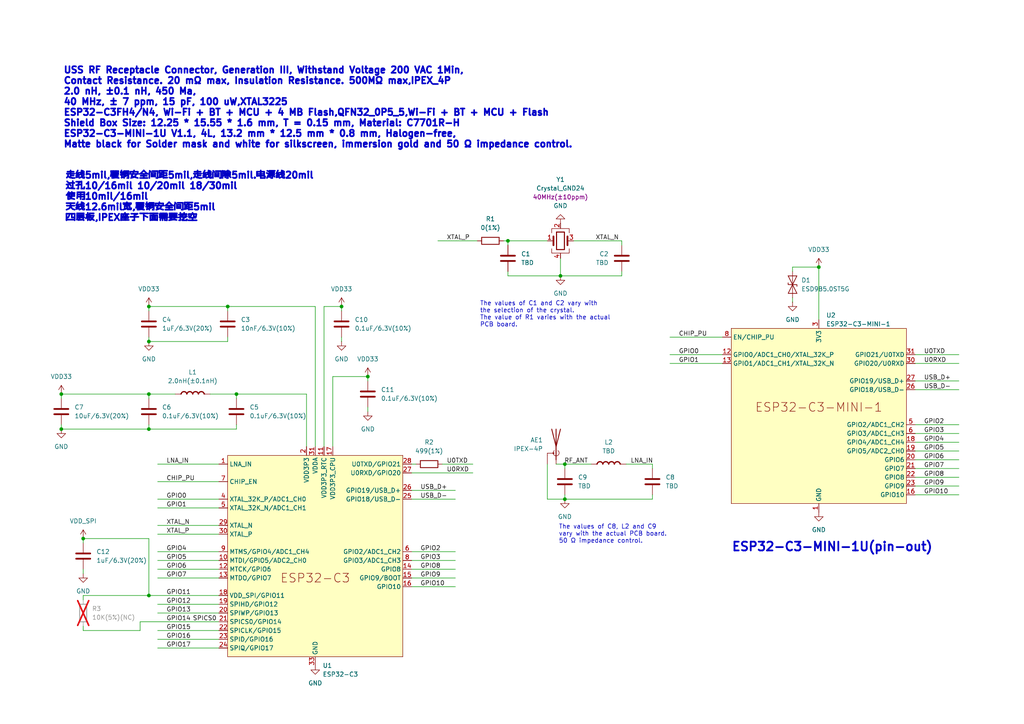
<source format=kicad_sch>
(kicad_sch (version 20250114) (generator "eeschema") (generator_version "9.0")
  (paper "A4")
  (lib_symbols
    (symbol "Device:Antenna_Shield" (pin_numbers (hide yes)) (pin_names (offset 1.016) (hide yes))
      (property "Reference" "AE" (at -1.905 4.445 0))
      (property "Value" "Antenna_Shield" (at -1.905 2.54 0))
      (symbol "Antenna_Shield_0_1"
        (arc (start 0 -2.667) (mid -0.8485 -2.1032) (end -0.508 -1.143))
        (polyline (pts (xy 0 5.08) (xy 0 -3.81)) (stroke (width 0.254)))
        (polyline (pts (xy 0 -2.54) (xy 0 0)))
        (arc (start 0.508 -1.143) (mid 0.8046 -2.0885) (end 0 -2.667))
        (polyline (pts (xy 0.762 -1.905) (xy 2.54 -1.905)))
        (circle (center 0.762 -1.905) (radius 0.1778) (fill (type outline)))
        (polyline (pts (xy 1.27 5.08) (xy 0 0) (xy -1.27 5.08)) (stroke (width 0.254)))
        (polyline (pts (xy 2.54 -2.54) (xy 2.54 -1.905)))
      )
      (symbol "Antenna_Shield_1_1"
        (pin input line (at 0 -5.08 90) (length 2.54) (name "A") (number "1"))
        (pin input line (at 2.54 -5.08 90) (length 2.54) (name "Shield") (number "2"))
      )
    )
    (symbol "Device:Crystal_GND24" (pin_names (offset 1.016) (hide yes))
      (property "Reference" "Y" (at 3.175 5.08 0))
      (property "Value" "Crystal_GND24" (at 3.175 3.175 0))
      (symbol "Crystal_GND24_0_1"
        (polyline (pts (xy -2.54 2.286) (xy -2.54 3.556) (xy 2.54 3.556) (xy 2.54 2.286)))
        (polyline (pts (xy -2.54 0) (xy -2.032 0)))
        (polyline (pts (xy -2.54 -2.286) (xy -2.54 -3.556) (xy 2.54 -3.556) (xy 2.54 -2.286)))
        (polyline (pts (xy -2.032 -1.27) (xy -2.032 1.27)) (stroke (width 0.508)))
        (rectangle (start -1.143 2.54) (end 1.143 -2.54) (stroke (width 0.3048)))
        (polyline (pts (xy 0 3.556) (xy 0 3.81)))
        (polyline (pts (xy 0 -3.81) (xy 0 -3.556)))
        (polyline (pts (xy 2.032 0) (xy 2.54 0)))
        (polyline (pts (xy 2.032 -1.27) (xy 2.032 1.27)) (stroke (width 0.508)))
      )
      (symbol "Crystal_GND24_1_1"
        (pin passive line (at -3.81 0 0) (length 1.27) (name "1") (number "1"))
        (pin passive line (at 0 5.08 270) (length 1.27) (name "2") (number "2"))
        (pin passive line (at 0 -5.08 90) (length 1.27) (name "4") (number "4"))
        (pin passive line (at 3.81 0 180) (length 1.27) (name "3") (number "3"))
      )
    )
    (symbol "Diode:ESD9B5.0ST5G" (pin_numbers (hide yes)) (pin_names (offset 1.016) (hide yes))
      (property "Reference" "D" (at 0 2.54 0))
      (property "Value" "ESD9B5.0ST5G" (at 0 -2.54 0))
      (symbol "ESD9B5.0ST5G_0_1"
        (polyline (pts (xy -2.54 -1.27) (xy 0 0) (xy -2.54 1.27) (xy -2.54 -1.27)) (stroke (width 0.2032)))
        (polyline (pts (xy 0.508 1.27) (xy 0 1.27) (xy 0 -1.27) (xy -0.508 -1.27)) (stroke (width 0.2032)))
        (polyline (pts (xy 1.27 0) (xy -1.27 0)))
        (polyline (pts (xy 2.54 1.27) (xy 2.54 -1.27) (xy 0 0) (xy 2.54 1.27)) (stroke (width 0.2032)))
      )
      (symbol "ESD9B5.0ST5G_1_1"
        (pin passive line (at -3.81 0 0) (length 2.54) (name "A1") (number "1"))
        (pin passive line (at 3.81 0 180) (length 2.54) (name "A2") (number "2"))
      )
    )
    (symbol "PCM_Capacitor_AKL:C_1206" (pin_numbers (hide yes)) (pin_names (offset 0.254))
      (property "Reference" "C" (at 0.635 2.54 0))
      (property "Value" "C_1206" (at 0.635 -2.54 0))
      (symbol "C_1206_0_1"
        (polyline (pts (xy -2.032 0.762) (xy 2.032 0.762)) (stroke (width 0.508)))
        (polyline (pts (xy -2.032 -0.762) (xy 2.032 -0.762)) (stroke (width 0.508)))
      )
      (symbol "C_1206_0_2"
        (polyline (pts (xy -2.54 -2.54) (xy -0.381 -0.381)))
        (polyline (pts (xy -0.508 -0.508) (xy -1.651 0.635)) (stroke (width 0.508)))
        (polyline (pts (xy -0.508 -0.508) (xy 0.635 -1.651)) (stroke (width 0.508)))
        (polyline (pts (xy 0.381 0.381) (xy 2.54 2.54)))
        (polyline (pts (xy 0.508 0.508) (xy -0.635 1.651)) (stroke (width 0.508)))
        (polyline (pts (xy 0.508 0.508) (xy 1.651 -0.635)) (stroke (width 0.508)))
      )
      (symbol "C_1206_1_1"
        (pin passive line (at 0 3.81 270) (length 2.794) (name "~") (number "1"))
        (pin passive line (at 0 -3.81 90) (length 2.794) (name "~") (number "2"))
      )
      (symbol "C_1206_1_2"
        (pin passive line (at -2.54 -2.54 90) (length 0) (name "~") (number "2"))
        (pin passive line (at 2.54 2.54 270) (length 0) (name "~") (number "1"))
      )
    )
    (symbol "PCM_Elektuur:L" (pin_numbers (hide yes)) (pin_names (offset 0) (hide yes))
      (property "Reference" "L" (at 2.54 3.175 0))
      (property "Value" "L" (at 2.54 -3.175 0))
      (symbol "L_1_0"
        (arc (start 0 3.302) (mid 0.6604 2.5146) (end 0 1.7272) (stroke (width 0.254)))
        (arc (start 0 1.6256) (mid 0.6604 0.8382) (end 0 0.0508) (stroke (width 0.254)))
        (arc (start 0 -0.0508) (mid 0.6604 -0.8382) (end 0 -1.6256) (stroke (width 0.254)))
        (arc (start 0 -1.7272) (mid 0.6604 -2.5146) (end 0 -3.302) (stroke (width 0.254)))
        (arc (start 0 3.4036) (mid 0.762 2.5146) (end 0 1.6256) (stroke (width 0.254)))
        (arc (start 0 1.7272) (mid 0.762 0.8382) (end 0 -0.0508) (stroke (width 0.254)))
        (arc (start 0 0.0508) (mid 0.762 -0.8382) (end 0 -1.7272) (stroke (width 0.254)))
        (arc (start 0 -1.6256) (mid 0.762 -2.5146) (end 0 -3.4036) (stroke (width 0.254)))
        (polyline (pts (xy 0 3.5052) (xy 0 3.302)) (stroke (width 0.254)))
        (polyline (pts (xy 0 1.7272) (xy 0 1.6256)) (stroke (width 0.254)))
        (polyline (pts (xy 0 0.0508) (xy 0 -0.0508)) (stroke (width 0.254)))
        (polyline (pts (xy 0 -1.6256) (xy 0 -1.7272)) (stroke (width 0.254)))
        (polyline (pts (xy 0 -3.302) (xy 0 -3.5052)) (stroke (width 0.254)))
        (pin passive line (at 0 5.08 270) (length 1.5748) (name "+") (number "1"))
        (pin passive line (at 0 -5.08 90) (length 1.5748) (name "-") (number "2"))
      )
      (symbol "L_1_2"
        (rectangle (start 1.524 3.3782) (end 1.9812 -3.3782) (stroke (width 0.254)) (fill (type outline)))
      )
      (symbol "L_1_3"
        (rectangle (start 1.524 3.0988) (end 1.9812 1.9304) (stroke (width 0.254)) (fill (type outline)))
        (rectangle (start 1.524 1.4224) (end 1.9812 0.254) (stroke (width 0.254)) (fill (type outline)))
        (rectangle (start 1.524 -0.254) (end 1.9812 -1.4224) (stroke (width 0.254)) (fill (type outline)))
        (rectangle (start 1.524 -1.9304) (end 1.9812 -3.0988) (stroke (width 0.254)) (fill (type outline)))
      )
    )
    (symbol "PCM_Espressif:ESP32-C3"
      (property "Reference" "U" (at -25.4 35.56 0))
      (property "Value" "ESP32-C3" (at -25.4 33.02 0))
      (symbol "ESP32-C3_0_0"
        (text "ESP32-C3" (at 0 -5.08 0) (effects (font (size 2.54 2.54))))
        (pin bidirectional line (at -27.94 27.94 0) (length 2.54) (name "LNA_IN") (number "1"))
        (pin input line (at -27.94 22.86 0) (length 2.54) (name "CHIP_EN") (number "7"))
        (pin output line (at -27.94 17.78 0) (length 2.54) (name "XTAL_32K_P/ADC1_CH0") (number "4"))
        (pin input line (at -27.94 15.24 0) (length 2.54) (name "XTAL_32K_N/ADC1_CH1") (number "5"))
        (pin output line (at -27.94 10.16 0) (length 2.54) (name "XTAL_N") (number "29"))
        (pin input line (at -27.94 7.62 0) (length 2.54) (name "XTAL_P") (number "30"))
        (pin bidirectional line (at -27.94 2.54 0) (length 2.54) (name "MTMS/GPIO4/ADC1_CH4") (number "9"))
        (pin bidirectional line (at -27.94 0 0) (length 2.54) (name "MTDI/GPIO5/ADC2_CH0") (number "10"))
        (pin bidirectional line (at -27.94 -2.54 0) (length 2.54) (name "MTCK/GPIO6") (number "12"))
        (pin bidirectional line (at -27.94 -5.08 0) (length 2.54) (name "MTDO/GPIO7") (number "13"))
        (pin bidirectional line (at -27.94 -10.16 0) (length 2.54) (name "VDD_SPI/GPIO11") (number "18"))
        (pin bidirectional line (at -27.94 -12.7 0) (length 2.54) (name "SPIHD/GPIO12") (number "19"))
        (pin bidirectional line (at -27.94 -15.24 0) (length 2.54) (name "SPIWP/GPIO13") (number "20"))
        (pin bidirectional line (at -27.94 -17.78 0) (length 2.54) (name "SPICS0/GPIO14") (number "21"))
        (pin bidirectional line (at -27.94 -20.32 0) (length 2.54) (name "SPICLK/GPIO15") (number "22"))
        (pin bidirectional line (at -27.94 -22.86 0) (length 2.54) (name "SPID/GPIO16") (number "23"))
        (pin bidirectional line (at -27.94 -25.4 0) (length 2.54) (name "SPIQ/GPIO17") (number "24"))
        (pin power_in line (at -2.54 33.02 270) (length 2.54) (name "VDD3P3") (number "2"))
        (pin power_in line (at 0 33.02 270) (length 2.54) (name "VDDA") (number "31"))
        (pin power_in line (at 0 -30.48 90) (length 2.54) (name "GND") (number "33"))
        (pin power_in line (at 2.54 33.02 270) (length 2.54) (name "VDD3P3_RTC") (number "11"))
        (pin power_in line (at 5.08 33.02 270) (length 2.54) (name "VDD3P3_CPU") (number "17"))
        (pin bidirectional line (at 27.94 27.94 180) (length 2.54) (name "U0TXD/GPIO21") (number "28"))
        (pin bidirectional line (at 27.94 25.4 180) (length 2.54) (name "U0RXD/GPIO20") (number "27"))
        (pin bidirectional line (at 27.94 20.32 180) (length 2.54) (name "GPIO19/USB_D+") (number "26"))
        (pin bidirectional line (at 27.94 17.78 180) (length 2.54) (name "GPIO18/USB_D-") (number "25"))
        (pin bidirectional line (at 27.94 2.54 180) (length 2.54) (name "GPIO2/ADC1_CH2") (number "6"))
        (pin bidirectional line (at 27.94 0 180) (length 2.54) (name "GPIO3/ADC1_CH3") (number "8"))
        (pin bidirectional line (at 27.94 -2.54 180) (length 2.54) (name "GPIO8") (number "14"))
        (pin bidirectional line (at 27.94 -5.08 180) (length 2.54) (name "GPIO9/BOOT") (number "15"))
        (pin bidirectional line (at 27.94 -7.62 180) (length 2.54) (name "GPIO10") (number "16"))
      )
      (symbol "ESP32-C3_0_1"
        (rectangle (start -25.4 30.48) (end 25.4 -27.94) (fill (type background)))
        (pin passive line (at -2.54 33.02 270) (length 2.54) (hide yes) (name "VDD3P3") (number "3"))
        (pin passive line (at 0 33.02 270) (length 2.54) (hide yes) (name "VDDA") (number "32"))
      )
    )
    (symbol "PCM_Espressif:ESP32-C3-MINI-1"
      (property "Reference" "U" (at -25.4 30.48 0))
      (property "Value" "ESP32-C3-MINI-1" (at -25.4 27.94 0))
      (symbol "ESP32-C3-MINI-1_0_0"
        (text "ESP32-C3-MINI-1" (at 0 2.54 0) (effects (font (size 2.54 2.54))))
      )
      (symbol "ESP32-C3-MINI-1_0_1"
        (rectangle (start -25.4 25.4) (end 25.4 -25.4) (fill (type background)))
      )
      (symbol "ESP32-C3-MINI-1_1_1"
        (pin input line (at -27.94 22.86 0) (length 2.54) (name "EN/CHIP_PU") (number "8"))
        (pin bidirectional line (at -27.94 17.78 0) (length 2.54) (name "GPIO0/ADC1_CH0/XTAL_32K_P") (number "12"))
        (pin bidirectional line (at -27.94 15.24 0) (length 2.54) (name "GPIO1/ADC1_CH1/XTAL_32K_N") (number "13"))
        (pin no_connect line (at -25.4 10.16 0) (length 2.54) (hide yes) (name "NC") (number "4"))
        (pin no_connect line (at -25.4 7.62 0) (length 2.54) (hide yes) (name "NC") (number "7"))
        (pin no_connect line (at -25.4 5.08 0) (length 2.54) (hide yes) (name "NC") (number "9"))
        (pin no_connect line (at -25.4 2.54 0) (length 2.54) (hide yes) (name "NC") (number "10"))
        (pin no_connect line (at -25.4 0 0) (length 2.54) (hide yes) (name "NC") (number "15"))
        (pin no_connect line (at -25.4 -2.54 0) (length 2.54) (hide yes) (name "NC") (number "17"))
        (pin no_connect line (at -25.4 -5.08 0) (length 2.54) (hide yes) (name "NC") (number "24"))
        (pin no_connect line (at -25.4 -7.62 0) (length 2.54) (hide yes) (name "NC") (number "25"))
        (pin no_connect line (at -25.4 -10.16 0) (length 2.54) (hide yes) (name "NC") (number "28"))
        (pin no_connect line (at -25.4 -12.7 0) (length 2.54) (hide yes) (name "NC") (number "29"))
        (pin no_connect line (at -25.4 -15.24 0) (length 2.54) (hide yes) (name "NC") (number "32"))
        (pin no_connect line (at -25.4 -17.78 0) (length 2.54) (hide yes) (name "NC") (number "33"))
        (pin no_connect line (at -25.4 -20.32 0) (length 2.54) (hide yes) (name "NC") (number "34"))
        (pin no_connect line (at -25.4 -22.86 0) (length 2.54) (hide yes) (name "NC") (number "35"))
        (pin power_in line (at 0 27.94 270) (length 2.54) (name "3V3") (number "3"))
        (pin power_in line (at 0 -27.94 90) (length 2.54) (name "GND") (number "1"))
        (pin passive line (at 0 -27.94 90) (length 2.54) (hide yes) (name "GND") (number "11"))
        (pin passive line (at 0 -27.94 90) (length 2.54) (hide yes) (name "GND") (number "14"))
        (pin passive line (at 0 -27.94 90) (length 2.54) (hide yes) (name "GND") (number "2"))
        (pin passive line (at 0 -27.94 90) (length 2.54) (hide yes) (name "GND") (number "36"))
        (pin passive line (at 0 -27.94 90) (length 2.54) (hide yes) (name "GND") (number "37"))
        (pin passive line (at 0 -27.94 90) (length 2.54) (hide yes) (name "GND") (number "38"))
        (pin passive line (at 0 -27.94 90) (length 2.54) (hide yes) (name "GND") (number "39"))
        (pin passive line (at 0 -27.94 90) (length 2.54) (hide yes) (name "GND") (number "40"))
        (pin passive line (at 0 -27.94 90) (length 2.54) (hide yes) (name "GND") (number "41"))
        (pin passive line (at 0 -27.94 90) (length 2.54) (hide yes) (name "GND") (number "42"))
        (pin passive line (at 0 -27.94 90) (length 2.54) (hide yes) (name "GND") (number "43"))
        (pin passive line (at 0 -27.94 90) (length 2.54) (hide yes) (name "GND") (number "44"))
        (pin passive line (at 0 -27.94 90) (length 2.54) (hide yes) (name "GND") (number "45"))
        (pin passive line (at 0 -27.94 90) (length 2.54) (hide yes) (name "GND") (number "46"))
        (pin passive line (at 0 -27.94 90) (length 2.54) (hide yes) (name "GND") (number "47"))
        (pin passive line (at 0 -27.94 90) (length 2.54) (hide yes) (name "GND") (number "48"))
        (pin passive line (at 0 -27.94 90) (length 2.54) (hide yes) (name "GND") (number "49"))
        (pin passive line (at 0 -27.94 90) (length 2.54) (hide yes) (name "GND") (number "50"))
        (pin passive line (at 0 -27.94 90) (length 2.54) (hide yes) (name "GND") (number "51"))
        (pin passive line (at 0 -27.94 90) (length 2.54) (hide yes) (name "GND") (number "52"))
        (pin passive line (at 0 -27.94 90) (length 2.54) (hide yes) (name "GND") (number "53"))
        (pin bidirectional line (at 27.94 17.78 180) (length 2.54) (name "GPIO21/U0TXD") (number "31"))
        (pin bidirectional line (at 27.94 15.24 180) (length 2.54) (name "GPIO20/U0RXD") (number "30"))
        (pin bidirectional line (at 27.94 10.16 180) (length 2.54) (name "GPIO19/USB_D+") (number "27"))
        (pin bidirectional line (at 27.94 7.62 180) (length 2.54) (name "GPIO18/USB_D-") (number "26"))
        (pin bidirectional line (at 27.94 -2.54 180) (length 2.54) (name "GPIO2/ADC1_CH2") (number "5"))
        (pin bidirectional line (at 27.94 -5.08 180) (length 2.54) (name "GPIO3/ADC1_CH3") (number "6"))
        (pin bidirectional line (at 27.94 -7.62 180) (length 2.54) (name "GPIO4/ADC1_CH4") (number "18"))
        (pin bidirectional line (at 27.94 -10.16 180) (length 2.54) (name "GPIO5/ADC2_CH0") (number "19"))
        (pin bidirectional line (at 27.94 -12.7 180) (length 2.54) (name "GPIO6") (number "20"))
        (pin bidirectional line (at 27.94 -15.24 180) (length 2.54) (name "GPIO7") (number "21"))
        (pin bidirectional line (at 27.94 -17.78 180) (length 2.54) (name "GPIO8") (number "22"))
        (pin bidirectional line (at 27.94 -20.32 180) (length 2.54) (name "GPIO9") (number "23"))
        (pin bidirectional line (at 27.94 -22.86 180) (length 2.54) (name "GPIO10") (number "16"))
      )
    )
    (symbol "PCM_Resistor_AKL:R_1206" (pin_numbers (hide yes)) (pin_names (offset 0))
      (property "Reference" "R" (at 2.54 1.27 0))
      (property "Value" "R_1206" (at 2.54 -1.27 0))
      (symbol "R_1206_0_1"
        (rectangle (start -1.016 2.54) (end 1.016 -2.54) (stroke (width 0.254)))
      )
      (symbol "R_1206_0_2"
        (polyline (pts (xy -2.54 -2.54) (xy -1.524 -1.524)))
        (polyline (pts (xy 1.524 1.524) (xy 2.54 2.54)))
        (polyline (pts (xy 1.524 1.524) (xy 0.889 2.159) (xy -2.159 -0.889) (xy -0.889 -2.159) (xy 2.159 0.889) (xy 1.524 1.524)) (stroke (width 0.254)))
      )
      (symbol "R_1206_1_1"
        (pin passive line (at 0 3.81 270) (length 1.27) (name "~") (number "1"))
        (pin passive line (at 0 -3.81 90) (length 1.27) (name "~") (number "2"))
      )
      (symbol "R_1206_1_2"
        (pin passive line (at -2.54 -2.54 0) (length 0) (name "") (number "2"))
        (pin passive line (at 2.54 2.54 180) (length 0) (name "") (number "1"))
      )
    )
    (symbol "power:+3.3V" (power) (pin_numbers (hide yes)) (pin_names (offset 0) (hide yes))
      (property "Value" "+3.3V" (at 0 3.556 0))
      (symbol "+3.3V_0_1"
        (polyline (pts (xy -0.762 1.27) (xy 0 2.54)))
        (polyline (pts (xy 0 2.54) (xy 0.762 1.27)))
        (polyline (pts (xy 0 0) (xy 0 2.54)))
      )
      (symbol "+3.3V_1_1"
        (pin power_in line (at 0 0 90) (length 0) (name "~") (number "1"))
      )
    )
    (symbol "power:GND" (power) (pin_numbers (hide yes)) (pin_names (offset 0) (hide yes))
      (property "Value" "GND" (at 0 -3.81 0))
      (symbol "GND_0_1"
        (polyline (pts (xy 0 0) (xy 0 -1.27) (xy 1.27 -1.27) (xy 0 -2.54) (xy -1.27 -1.27) (xy 0 -1.27)))
      )
      (symbol "GND_1_1"
        (pin power_in line (at 0 0 270) (length 0) (name "~") (number "1"))
      )
    )
  )
  (text "The values of C8, L2 and C9\nvary with the actual PCB board.\n50 Ω impedance control." (exclude_from_sim yes) (at 162.052 154.94 0) (effects (font (size 1.27 1.27) (thickness 0.1588)) (justify left)))
  (text "ESP32-C3-MINI-1U(pin-out)" (exclude_from_sim yes) (at 212.09 158.75 0) (effects (font (size 2.54 2.54) (thickness 0.508) (bold yes)) (justify left)))
  (text "The values of C1 and C2 vary with\nthe selection of the crystal.\nThe value of R1 varies with the actual\nPCB board." (exclude_from_sim yes) (at 139.192 91.186 0) (effects (font (size 1.27 1.27) (thickness 0.1588)) (justify left)))
  (text "USS RF Receptacle Connector, Generation III, Withstand Voltage 200 VAC 1Min, \nContact Resistance. 20 mΩ max, Insulation Resistance. 500MΩ max,IPEX_4P\n2.0 nH, ±0.1 nH, 450 Ma,\n40 MHz, ± 7 ppm, 15 pF, 100 uW,XTAL3225\nESP32-C3FH4/N4, Wi-Fi + BT + MCU + 4 MB Flash,QFN32_0P5_5,Wi-Fi + BT + MCU + Flash\nShield Box Size: 12.25 * 15.55 * 1.6 mm, T = 0.15 mm, Material: C7701R-H\nESP32-C3-MINI-1U V1.1, 4L, 13.2 mm * 12.5 mm * 0.8 mm, Halogen-free, \nMatte black for Solder mask and white for silkscreen, immersion gold and 50 Ω impedance control." (exclude_from_sim yes) (at 18.288 31.242 0) (effects (font (size 1.905 1.905) (thickness 0.508) (bold yes)) (justify left)))
  (text "走线5mil,覆铜安全间距5mil,走线间隙5mil.电源线20mil\n过孔10/16mil 10/20mil 18/30mil\n使用10mil/16mil\n天线12.6mil宽,覆铜安全间距5mil\n四层板,IPEX座子下面需要挖空" (exclude_from_sim yes) (at 18.796 57.15 0) (effects (font (size 1.905 1.905) (thickness 0.508) (bold yes)) (justify left)))
  (junction (at 43.18 88.9))
  (junction (at 163.83 134.62))
  (junction (at 17.78 114.3))
  (junction (at 24.13 156.21))
  (junction (at 66.04 88.9))
  (junction (at 163.83 144.78))
  (junction (at 106.68 109.22))
  (junction (at 43.18 172.72))
  (junction (at 43.18 114.3))
  (junction (at 162.56 80.01))
  (junction (at 17.78 124.46))
  (junction (at 237.49 77.47))
  (junction (at 68.58 114.3))
  (junction (at 99.06 88.9))
  (junction (at 43.18 124.46))
  (junction (at 147.32 69.85))
  (junction (at 43.18 99.06))
  (wire (pts (xy 189.23 144.78) (xy 163.83 144.78)))
  (wire (pts (xy 17.78 124.46) (xy 43.18 124.46)))
  (wire (pts (xy 68.58 115.57) (xy 68.58 114.3)))
  (wire (pts (xy 278.13 138.43) (xy 265.43 138.43)))
  (wire (pts (xy 93.98 129.54) (xy 93.98 88.9)))
  (wire (pts (xy 45.72 182.88) (xy 63.5 182.88)))
  (wire (pts (xy 43.18 124.46) (xy 68.58 124.46)))
  (wire (pts (xy 158.75 134.62) (xy 158.75 144.78)))
  (wire (pts (xy 45.72 154.94) (xy 63.5 154.94)))
  (wire (pts (xy 17.78 114.3) (xy 17.78 115.57)))
  (wire (pts (xy 278.13 128.27) (xy 265.43 128.27)))
  (wire (pts (xy 24.13 172.72) (xy 43.18 172.72)))
  (wire (pts (xy 119.38 160.02) (xy 132.08 160.02)))
  (wire (pts (xy 88.9 114.3) (xy 88.9 129.54)))
  (wire (pts (xy 45.72 134.62) (xy 63.5 134.62)))
  (wire (pts (xy 278.13 113.03) (xy 265.43 113.03)))
  (wire (pts (xy 163.83 134.62) (xy 163.83 135.89)))
  (wire (pts (xy 40.64 180.34) (xy 63.5 180.34)))
  (wire (pts (xy 66.04 88.9) (xy 66.04 90.17)))
  (wire (pts (xy 24.13 172.72) (xy 24.13 173.99)))
  (wire (pts (xy 119.38 142.24) (xy 132.08 142.24)))
  (wire (pts (xy 43.18 97.79) (xy 43.18 99.06)))
  (wire (pts (xy 45.72 152.4) (xy 63.5 152.4)))
  (wire (pts (xy 119.38 165.1) (xy 132.08 165.1)))
  (wire (pts (xy 278.13 105.41) (xy 265.43 105.41)))
  (wire (pts (xy 17.78 123.19) (xy 17.78 124.46)))
  (wire (pts (xy 91.44 88.9) (xy 66.04 88.9)))
  (wire (pts (xy 278.13 143.51) (xy 265.43 143.51)))
  (wire (pts (xy 45.72 139.7) (xy 63.5 139.7)))
  (wire (pts (xy 278.13 102.87) (xy 265.43 102.87)))
  (wire (pts (xy 194.31 105.41) (xy 209.55 105.41)))
  (wire (pts (xy 158.75 144.78) (xy 163.83 144.78)))
  (wire (pts (xy 45.72 187.96) (xy 63.5 187.96)))
  (wire (pts (xy 119.38 134.62) (xy 120.65 134.62)))
  (wire (pts (xy 146.05 69.85) (xy 147.32 69.85)))
  (wire (pts (xy 96.52 129.54) (xy 96.52 109.22)))
  (wire (pts (xy 60.96 114.3) (xy 68.58 114.3)))
  (wire (pts (xy 119.38 162.56) (xy 132.08 162.56)))
  (wire (pts (xy 147.32 78.74) (xy 147.32 80.01)))
  (wire (pts (xy 278.13 125.73) (xy 265.43 125.73)))
  (wire (pts (xy 45.72 175.26) (xy 63.5 175.26)))
  (wire (pts (xy 45.72 167.64) (xy 63.5 167.64)))
  (wire (pts (xy 24.13 165.1) (xy 24.13 166.37)))
  (wire (pts (xy 278.13 133.35) (xy 265.43 133.35)))
  (wire (pts (xy 43.18 88.9) (xy 43.18 90.17)))
  (wire (pts (xy 43.18 114.3) (xy 43.18 115.57)))
  (wire (pts (xy 40.64 182.88) (xy 24.13 182.88)))
  (wire (pts (xy 194.31 97.79) (xy 209.55 97.79)))
  (wire (pts (xy 194.31 102.87) (xy 209.55 102.87)))
  (wire (pts (xy 119.38 170.18) (xy 132.08 170.18)))
  (wire (pts (xy 147.32 69.85) (xy 158.75 69.85)))
  (wire (pts (xy 66.04 97.79) (xy 66.04 99.06)))
  (wire (pts (xy 93.98 88.9) (xy 99.06 88.9)))
  (wire (pts (xy 24.13 156.21) (xy 24.13 157.48)))
  (wire (pts (xy 43.18 99.06) (xy 66.04 99.06)))
  (wire (pts (xy 119.38 137.16) (xy 137.16 137.16)))
  (wire (pts (xy 45.72 160.02) (xy 63.5 160.02)))
  (wire (pts (xy 162.56 80.01) (xy 180.34 80.01)))
  (wire (pts (xy 147.32 69.85) (xy 147.32 71.12)))
  (wire (pts (xy 229.87 86.36) (xy 229.87 87.63)))
  (wire (pts (xy 237.49 77.47) (xy 237.49 92.71)))
  (wire (pts (xy 106.68 118.11) (xy 106.68 119.38)))
  (wire (pts (xy 66.04 88.9) (xy 43.18 88.9)))
  (wire (pts (xy 45.72 177.8) (xy 63.5 177.8)))
  (wire (pts (xy 229.87 77.47) (xy 237.49 77.47)))
  (wire (pts (xy 278.13 110.49) (xy 265.43 110.49)))
  (wire (pts (xy 24.13 181.61) (xy 24.13 182.88)))
  (wire (pts (xy 128.27 134.62) (xy 137.16 134.62)))
  (wire (pts (xy 45.72 185.42) (xy 63.5 185.42)))
  (wire (pts (xy 119.38 144.78) (xy 132.08 144.78)))
  (wire (pts (xy 45.72 144.78) (xy 63.5 144.78)))
  (wire (pts (xy 106.68 109.22) (xy 106.68 110.49)))
  (wire (pts (xy 43.18 172.72) (xy 63.5 172.72)))
  (wire (pts (xy 43.18 114.3) (xy 50.8 114.3)))
  (wire (pts (xy 229.87 77.47) (xy 229.87 78.74)))
  (wire (pts (xy 40.64 180.34) (xy 40.64 182.88)))
  (wire (pts (xy 17.78 114.3) (xy 43.18 114.3)))
  (wire (pts (xy 24.13 156.21) (xy 43.18 156.21)))
  (wire (pts (xy 181.61 134.62) (xy 189.23 134.62)))
  (wire (pts (xy 180.34 80.01) (xy 180.34 78.74)))
  (wire (pts (xy 162.56 80.01) (xy 162.56 74.93)))
  (wire (pts (xy 278.13 135.89) (xy 265.43 135.89)))
  (wire (pts (xy 99.06 88.9) (xy 99.06 90.17)))
  (wire (pts (xy 127 69.85) (xy 138.43 69.85)))
  (wire (pts (xy 161.29 134.62) (xy 163.83 134.62)))
  (wire (pts (xy 180.34 69.85) (xy 180.34 71.12)))
  (wire (pts (xy 45.72 147.32) (xy 63.5 147.32)))
  (wire (pts (xy 68.58 124.46) (xy 68.58 123.19)))
  (wire (pts (xy 163.83 134.62) (xy 171.45 134.62)))
  (wire (pts (xy 91.44 129.54) (xy 91.44 88.9)))
  (wire (pts (xy 189.23 143.51) (xy 189.23 144.78)))
  (wire (pts (xy 45.72 165.1) (xy 63.5 165.1)))
  (wire (pts (xy 189.23 134.62) (xy 189.23 135.89)))
  (wire (pts (xy 278.13 130.81) (xy 265.43 130.81)))
  (wire (pts (xy 278.13 123.19) (xy 265.43 123.19)))
  (wire (pts (xy 43.18 123.19) (xy 43.18 124.46)))
  (wire (pts (xy 166.37 69.85) (xy 180.34 69.85)))
  (wire (pts (xy 278.13 140.97) (xy 265.43 140.97)))
  (wire (pts (xy 68.58 114.3) (xy 88.9 114.3)))
  (wire (pts (xy 163.83 143.51) (xy 163.83 144.78)))
  (wire (pts (xy 43.18 156.21) (xy 43.18 172.72)))
  (wire (pts (xy 147.32 80.01) (xy 162.56 80.01)))
  (wire (pts (xy 96.52 109.22) (xy 106.68 109.22)))
  (wire (pts (xy 119.38 167.64) (xy 132.08 167.64)))
  (wire (pts (xy 45.72 162.56) (xy 63.5 162.56)))
  (wire (pts (xy 99.06 97.79) (xy 99.06 99.06)))
  (label "GPIO3" (at 267.97 125.73 0))
  (label "CHIP_PU" (at 196.85 97.79 0))
  (label "U0TXD" (at 267.97 102.87 0))
  (label "GPIO10" (at 267.97 143.51 0))
  (label "GPIO1" (at 48.26 147.32 0))
  (label "USB_D+" (at 121.92 142.24 0))
  (label "XTAL_N" (at 172.72 69.85 0))
  (label "LNA_IN" (at 48.26 134.62 0))
  (label "XTAL_N" (at 48.26 152.4 0))
  (label "U0RXD" (at 267.97 105.41 0))
  (label "USB_D-" (at 121.92 144.78 0))
  (label "GPIO7" (at 48.26 167.64 0))
  (label "GPIO14" (at 48.26 180.34 0))
  (label "GPIO9" (at 121.92 167.64 0))
  (label "XTAL_P" (at 129.54 69.85 0))
  (label "XTAL_P" (at 48.26 154.94 0))
  (label "GPIO10" (at 121.92 170.18 0))
  (label "GPIO4" (at 267.97 128.27 0))
  (label "GPIO1" (at 196.85 105.41 0))
  (label "LNA_IN" (at 182.88 134.62 0))
  (label "U0RXD" (at 129.54 137.16 0))
  (label "GPIO9" (at 267.97 140.97 0))
  (label "USB_D-" (at 267.97 113.03 0))
  (label "GPIO5" (at 267.97 130.81 0))
  (label "GPIO6" (at 267.97 133.35 0))
  (label "GPIO15" (at 48.26 182.88 0))
  (label "GPIO5" (at 48.26 162.56 0))
  (label "GPIO12" (at 48.26 175.26 0))
  (label "GPIO3" (at 121.92 162.56 0))
  (label "GPIO8" (at 121.92 165.1 0))
  (label "USB_D+" (at 267.97 110.49 0))
  (label "U0TXD" (at 129.54 134.62 0))
  (label "GPIO2" (at 121.92 160.02 0))
  (label "GPIO11" (at 48.26 172.72 0))
  (label "CHIP_PU" (at 48.26 139.7 0))
  (label "GPIO17" (at 48.26 187.96 0))
  (label "SPICS0" (at 55.88 180.34 0))
  (label "GPIO2" (at 267.97 123.19 0))
  (label "GPIO0" (at 48.26 144.78 0))
  (label "GPIO16" (at 48.26 185.42 0))
  (label "GPIO6" (at 48.26 165.1 0))
  (label "RF_ANT" (at 163.6558 134.62 0))
  (label "GPIO8" (at 267.97 138.43 0))
  (label "GPIO4" (at 48.26 160.02 0))
  (label "GPIO7" (at 267.97 135.89 0))
  (label "GPIO13" (at 48.26 177.8 0))
  (label "GPIO0" (at 196.85 102.87 0))
  (symbol (lib_id "Diode:ESD9B5.0ST5G") (at 229.87 82.55 90) (unit 1)
    (property "Reference" "D1" (at 232.41 81.2799 90) (effects (justify right)))
    (property "Value" "ESD9B5.0ST5G" (at 232.41 83.8199 90) (effects (justify right)))
    (property "Footprint" "Diode_SMD:D_SOD-923" (effects (hide yes)))
    (property "Datasheet" "https://www.onsemi.com/pub/Collateral/ESD9B-D.PDF" (effects (hide yes)))
    (property "Description" "ESD protection diode, 5.0Vrwm, SOD-923" (effects (hide yes)))
  )
  (symbol (lib_id "PCM_Capacitor_AKL:C_1206") (at 147.32 74.93 0) (unit 1)
    (property "Reference" "C1" (at 151.13 73.6599 0) (effects (justify left)))
    (property "Value" "TBD" (at 151.13 76.1999 0) (effects (justify left)))
    (property "Footprint" "PCM_Capacitor_SMD_AKL:C_1206_3216Metric" (effects (hide yes)))
    (property "Description" "SMD 1206 MLCC capacitor, Alternate KiCad Library" (effects (hide yes)))
  )
  (symbol (lib_id "power:GND") (at 162.56 64.77 180) (unit 1)
    (property "Reference" "#PWR06" (effects (hide yes)))
    (property "Value" "GND" (at 162.56 59.69 0))
    (property "Description" "Power symbol creates a global label with name \"GND\" , ground" (effects (hide yes)))
  )
  (symbol (lib_id "power:+3.3V") (at 237.49 77.47 0) (unit 1)
    (property "Reference" "#PWR03" (effects (hide yes)))
    (property "Value" "VDD33" (at 237.49 72.39 0))
    (property "Description" "Power symbol creates a global label with name \"+3.3V\"" (effects (hide yes)))
  )
  (symbol (lib_id "power:GND") (at 17.78 124.46 0) (unit 1)
    (property "Reference" "#PWR09" (effects (hide yes)))
    (property "Value" "GND" (at 17.78 129.54 0))
    (property "Description" "Power symbol creates a global label with name \"GND\" , ground" (effects (hide yes)))
  )
  (symbol (lib_id "PCM_Elektuur:L") (at 176.53 134.62 90) (unit 1)
    (property "Reference" "L2" (at 176.53 128.27 90))
    (property "Value" "TBD" (at 176.53 130.81 90))
    (property "Description" "coil/winding/inductor/choke/reactor" (effects (hide yes)))
    (property "Indicator" "●" (effects (hide yes)))
    (property "Rating" "A" (effects (hide yes)))
  )
  (symbol (lib_id "PCM_Capacitor_AKL:C_1206") (at 17.78 119.38 0) (unit 1)
    (property "Reference" "C7" (at 21.59 118.1099 0) (effects (justify left)))
    (property "Value" "10uF/6.3V(20%)" (at 21.59 120.6499 0) (effects (justify left)))
    (property "Footprint" "PCM_Capacitor_SMD_AKL:C_1206_3216Metric" (effects (hide yes)))
    (property "Description" "SMD 1206 MLCC capacitor, Alternate KiCad Library" (effects (hide yes)))
  )
  (symbol (lib_id "PCM_Capacitor_AKL:C_1206") (at 66.04 93.98 0) (unit 1)
    (property "Reference" "C3" (at 69.85 92.7099 0) (effects (justify left)))
    (property "Value" "10nF/6.3V(10%)" (at 69.85 95.2499 0) (effects (justify left)))
    (property "Footprint" "PCM_Capacitor_SMD_AKL:C_1206_3216Metric" (effects (hide yes)))
    (property "Description" "SMD 1206 MLCC capacitor, Alternate KiCad Library" (effects (hide yes)))
  )
  (symbol (lib_id "Device:Crystal_GND24") (at 162.56 69.85 0) (unit 1)
    (property "Reference" "Y1" (at 162.56 52.07 0))
    (property "Value" "Crystal_GND24" (at 162.56 54.61 0))
    (property "Description" "Four pin crystal, GND on pins 2 and 4" (effects (hide yes)))
    (property "MS" "40MHz(±10ppm)" (at 162.56 57.15 0))
  )
  (symbol (lib_id "power:+3.3V") (at 99.06 88.9 0) (unit 1)
    (property "Reference" "#PWR013" (effects (hide yes)))
    (property "Value" "VDD33" (at 99.06 83.82 0))
    (property "Description" "Power symbol creates a global label with name \"+3.3V\"" (effects (hide yes)))
  )
  (symbol (lib_id "power:GND") (at 91.44 193.04 0) (unit 1)
    (property "Reference" "#PWR01" (effects (hide yes)))
    (property "Value" "GND" (at 91.44 198.12 0))
    (property "Description" "Power symbol creates a global label with name \"GND\" , ground" (effects (hide yes)))
  )
  (symbol (lib_id "PCM_Capacitor_AKL:C_1206") (at 189.23 139.7 0) (unit 1)
    (property "Reference" "C8" (at 193.04 138.4299 0) (effects (justify left)))
    (property "Value" "TBD" (at 193.04 140.9699 0) (effects (justify left)))
    (property "Footprint" "PCM_Capacitor_SMD_AKL:C_1206_3216Metric" (effects (hide yes)))
    (property "Description" "SMD 1206 MLCC capacitor, Alternate KiCad Library" (effects (hide yes)))
  )
  (symbol (lib_id "power:+3.3V") (at 43.18 88.9 0) (unit 1)
    (property "Reference" "#PWR08" (effects (hide yes)))
    (property "Value" "VDD33" (at 43.18 83.82 0))
    (property "Description" "Power symbol creates a global label with name \"+3.3V\"" (effects (hide yes)))
  )
  (symbol (lib_id "power:GND") (at 99.06 99.06 0) (unit 1)
    (property "Reference" "#PWR012" (effects (hide yes)))
    (property "Value" "GND" (at 99.06 104.14 0))
    (property "Description" "Power symbol creates a global label with name \"GND\" , ground" (effects (hide yes)))
  )
  (symbol (lib_id "power:GND") (at 24.13 166.37 0) (unit 1)
    (property "Reference" "#PWR015" (effects (hide yes)))
    (property "Value" "GND" (at 24.13 171.45 0))
    (property "Description" "Power symbol creates a global label with name \"GND\" , ground" (effects (hide yes)))
  )
  (symbol (lib_id "power:GND") (at 237.49 148.59 0) (unit 1)
    (property "Reference" "#PWR02" (effects (hide yes)))
    (property "Value" "GND" (at 237.49 153.67 0))
    (property "Description" "Power symbol creates a global label with name \"GND\" , ground" (effects (hide yes)))
  )
  (symbol (lib_id "PCM_Capacitor_AKL:C_1206") (at 43.18 119.38 0) (unit 1)
    (property "Reference" "C6" (at 46.99 118.1099 0) (effects (justify left)))
    (property "Value" "0.1uF/6.3V(10%)" (at 46.99 120.6499 0) (effects (justify left)))
    (property "Footprint" "PCM_Capacitor_SMD_AKL:C_1206_3216Metric" (effects (hide yes)))
    (property "Description" "SMD 1206 MLCC capacitor, Alternate KiCad Library" (effects (hide yes)))
  )
  (symbol (lib_id "PCM_Capacitor_AKL:C_1206") (at 43.18 93.98 0) (unit 1)
    (property "Reference" "C4" (at 46.99 92.7099 0) (effects (justify left)))
    (property "Value" "1uF/6.3V(20%)" (at 46.99 95.2499 0) (effects (justify left)))
    (property "Footprint" "PCM_Capacitor_SMD_AKL:C_1206_3216Metric" (effects (hide yes)))
    (property "Description" "SMD 1206 MLCC capacitor, Alternate KiCad Library" (effects (hide yes)))
  )
  (symbol (lib_id "PCM_Capacitor_AKL:C_1206") (at 99.06 93.98 0) (unit 1)
    (property "Reference" "C10" (at 102.87 92.7099 0) (effects (justify left)))
    (property "Value" "0.1uF/6.3V(10%)" (at 102.87 95.2499 0) (effects (justify left)))
    (property "Footprint" "PCM_Capacitor_SMD_AKL:C_1206_3216Metric" (effects (hide yes)))
    (property "Description" "SMD 1206 MLCC capacitor, Alternate KiCad Library" (effects (hide yes)))
  )
  (symbol (lib_id "power:GND") (at 163.83 144.78 0) (unit 1)
    (property "Reference" "#PWR011" (effects (hide yes)))
    (property "Value" "GND" (at 163.83 149.86 0))
    (property "Description" "Power symbol creates a global label with name \"GND\" , ground" (effects (hide yes)))
  )
  (symbol (lib_id "power:GND") (at 43.18 99.06 0) (unit 1)
    (property "Reference" "#PWR07" (effects (hide yes)))
    (property "Value" "GND" (at 43.18 104.14 0))
    (property "Description" "Power symbol creates a global label with name \"GND\" , ground" (effects (hide yes)))
  )
  (symbol (lib_id "PCM_Capacitor_AKL:C_1206") (at 24.13 161.29 0) (unit 1)
    (property "Reference" "C12" (at 27.94 160.0199 0) (effects (justify left)))
    (property "Value" "1uF/6.3V(20%)" (at 27.94 162.5599 0) (effects (justify left)))
    (property "Footprint" "PCM_Capacitor_SMD_AKL:C_1206_3216Metric" (effects (hide yes)))
    (property "Description" "SMD 1206 MLCC capacitor, Alternate KiCad Library" (effects (hide yes)))
  )
  (symbol (lib_id "PCM_Espressif:ESP32-C3-MINI-1") (at 237.49 120.65 0) (unit 1)
    (property "Reference" "U2" (at 239.6333 91.44 0) (effects (justify left)))
    (property "Value" "ESP32-C3-MINI-1" (at 239.6333 93.98 0) (effects (justify left)))
    (property "Footprint" "PCM_Espressif:ESP32-C3-MINI-1" (effects (hide yes)))
    (property "Datasheet" "https://www.espressif.com/sites/default/files/documentation/esp32-c3-mini-1_datasheet_en.pdf" (effects (hide yes)))
    (property "Description" "ESP32-C3-MINI-1 family is an ultra-low-power MCU-based SoC solution that supports 2.4 GHz Wi-Fi and Bluetooth®Low Energy (Bluetooth LE)." (effects (hide yes)))
  )
  (symbol (lib_id "PCM_Capacitor_AKL:C_1206") (at 163.83 139.7 0) (unit 1)
    (property "Reference" "C9" (at 167.64 138.4299 0) (effects (justify left)))
    (property "Value" "TBD" (at 167.64 140.9699 0) (effects (justify left)))
    (property "Footprint" "PCM_Capacitor_SMD_AKL:C_1206_3216Metric" (effects (hide yes)))
    (property "Description" "SMD 1206 MLCC capacitor, Alternate KiCad Library" (effects (hide yes)))
  )
  (symbol (lib_id "PCM_Capacitor_AKL:C_1206") (at 68.58 119.38 0) (unit 1)
    (property "Reference" "C5" (at 72.39 118.1099 0) (effects (justify left)))
    (property "Value" "0.1uF/6.3V(10%)" (at 72.39 120.6499 0) (effects (justify left)))
    (property "Footprint" "PCM_Capacitor_SMD_AKL:C_1206_3216Metric" (effects (hide yes)))
    (property "Description" "SMD 1206 MLCC capacitor, Alternate KiCad Library" (effects (hide yes)))
  )
  (symbol (lib_id "Device:Antenna_Shield") (at 161.29 129.54 0) (mirror y) (unit 1)
    (property "Reference" "AE1" (at 157.48 127.6349 0) (effects (justify left)))
    (property "Value" "IPEX-4P" (at 157.48 130.1749 0) (effects (justify left)))
    (property "Description" "Antenna with extra pin for shielding" (effects (hide yes)))
  )
  (symbol (lib_id "power:+3.3V") (at 24.13 156.21 0) (unit 1)
    (property "Reference" "#PWR016" (effects (hide yes)))
    (property "Value" "VDD_SPI" (at 24.13 151.13 0))
    (property "Description" "Power symbol creates a global label with name \"+3.3V\"" (effects (hide yes)))
  )
  (symbol (lib_id "PCM_Elektuur:L") (at 55.88 114.3 90) (unit 1)
    (property "Reference" "L1" (at 55.88 107.95 90))
    (property "Value" "2.0nH(±0.1nH)" (at 55.88 110.49 90))
    (property "Description" "coil/winding/inductor/choke/reactor" (effects (hide yes)))
    (property "Indicator" "●" (effects (hide yes)))
    (property "Rating" "A" (effects (hide yes)))
  )
  (symbol (lib_id "PCM_Capacitor_AKL:C_1206") (at 106.68 114.3 0) (unit 1)
    (property "Reference" "C11" (at 110.49 113.0299 0) (effects (justify left)))
    (property "Value" "0.1uF/6.3V(10%)" (at 110.49 115.5699 0) (effects (justify left)))
    (property "Footprint" "PCM_Capacitor_SMD_AKL:C_1206_3216Metric" (effects (hide yes)))
    (property "Description" "SMD 1206 MLCC capacitor, Alternate KiCad Library" (effects (hide yes)))
  )
  (symbol (lib_id "PCM_Capacitor_AKL:C_1206") (at 180.34 74.93 0) (mirror y) (unit 1)
    (property "Reference" "C2" (at 176.53 73.6599 0) (effects (justify left)))
    (property "Value" "TBD" (at 176.53 76.1999 0) (effects (justify left)))
    (property "Footprint" "PCM_Capacitor_SMD_AKL:C_1206_3216Metric" (effects (hide yes)))
    (property "Description" "SMD 1206 MLCC capacitor, Alternate KiCad Library" (effects (hide yes)))
  )
  (symbol (lib_id "power:GND") (at 229.87 87.63 0) (unit 1)
    (property "Reference" "#PWR04" (effects (hide yes)))
    (property "Value" "GND" (at 229.87 92.71 0))
    (property "Description" "Power symbol creates a global label with name \"GND\" , ground" (effects (hide yes)))
  )
  (symbol (lib_id "power:+3.3V") (at 106.68 109.22 0) (unit 1)
    (property "Reference" "#PWR017" (effects (hide yes)))
    (property "Value" "VDD33" (at 106.68 104.14 0))
    (property "Description" "Power symbol creates a global label with name \"+3.3V\"" (effects (hide yes)))
  )
  (symbol (lib_id "power:GND") (at 106.68 119.38 0) (unit 1)
    (property "Reference" "#PWR014" (effects (hide yes)))
    (property "Value" "GND" (at 106.68 124.46 0))
    (property "Description" "Power symbol creates a global label with name \"GND\" , ground" (effects (hide yes)))
  )
  (symbol (lib_id "PCM_Resistor_AKL:R_1206") (at 24.13 177.8 180) (unit 1) (dnp yes)
    (property "Reference" "R3" (at 26.67 176.5299 0) (effects (justify right)))
    (property "Value" "10K(5%)(NC)" (at 26.67 179.0699 0) (effects (justify right)))
    (property "Footprint" "PCM_Resistor_SMD_AKL:R_1206_3216Metric" (effects (hide yes)))
    (property "Description" "SMD 1206 Chip Resistor, European Symbol, Alternate KiCad Library" (effects (hide yes)))
  )
  (symbol (lib_id "power:+3.3V") (at 17.78 114.3 0) (unit 1)
    (property "Reference" "#PWR010" (effects (hide yes)))
    (property "Value" "VDD33" (at 17.78 109.22 0))
    (property "Description" "Power symbol creates a global label with name \"+3.3V\"" (effects (hide yes)))
  )
  (symbol (lib_id "PCM_Espressif:ESP32-C3") (at 91.44 162.56 0) (unit 1)
    (property "Reference" "U1" (at 93.5833 193.04 0) (effects (justify left)))
    (property "Value" "ESP32-C3" (at 93.5833 195.58 0) (effects (justify left)))
    (property "Footprint" "Package_DFN_QFN:QFN-32-1EP_5x5mm_P0.5mm_EP3.45x3.45mm" (effects (hide yes)))
    (property "Datasheet" "https://www.espressif.com/sites/default/files/documentation/esp32-c3_datasheet_en.pdf" (effects (hide yes)))
    (property "Description" "ESP32-C3 family is an ultra-low-power MCU-based SoC solution that supports 2.4 GHz Wi-Fi and Bluetooth®Low Energy (Bluetooth LE)." (effects (hide yes)))
  )
  (symbol (lib_id "PCM_Resistor_AKL:R_1206") (at 142.24 69.85 90) (unit 1)
    (property "Reference" "R1" (at 142.24 63.5 90))
    (property "Value" "0(1%)" (at 142.24 66.04 90))
    (property "Footprint" "PCM_Resistor_SMD_AKL:R_1206_3216Metric" (effects (hide yes)))
    (property "Description" "SMD 1206 Chip Resistor, European Symbol, Alternate KiCad Library" (effects (hide yes)))
  )
  (symbol (lib_id "power:GND") (at 162.56 80.01 0) (unit 1)
    (property "Reference" "#PWR05" (effects (hide yes)))
    (property "Value" "GND" (at 162.56 85.09 0))
    (property "Description" "Power symbol creates a global label with name \"GND\" , ground" (effects (hide yes)))
  )
  (symbol (lib_id "PCM_Resistor_AKL:R_1206") (at 124.46 134.62 90) (unit 1)
    (property "Reference" "R2" (at 124.46 128.27 90))
    (property "Value" "499(1%)" (at 124.46 130.81 90))
    (property "Footprint" "PCM_Resistor_SMD_AKL:R_1206_3216Metric" (effects (hide yes)))
    (property "Description" "SMD 1206 Chip Resistor, European Symbol, Alternate KiCad Library" (effects (hide yes)))
  )
)
</source>
